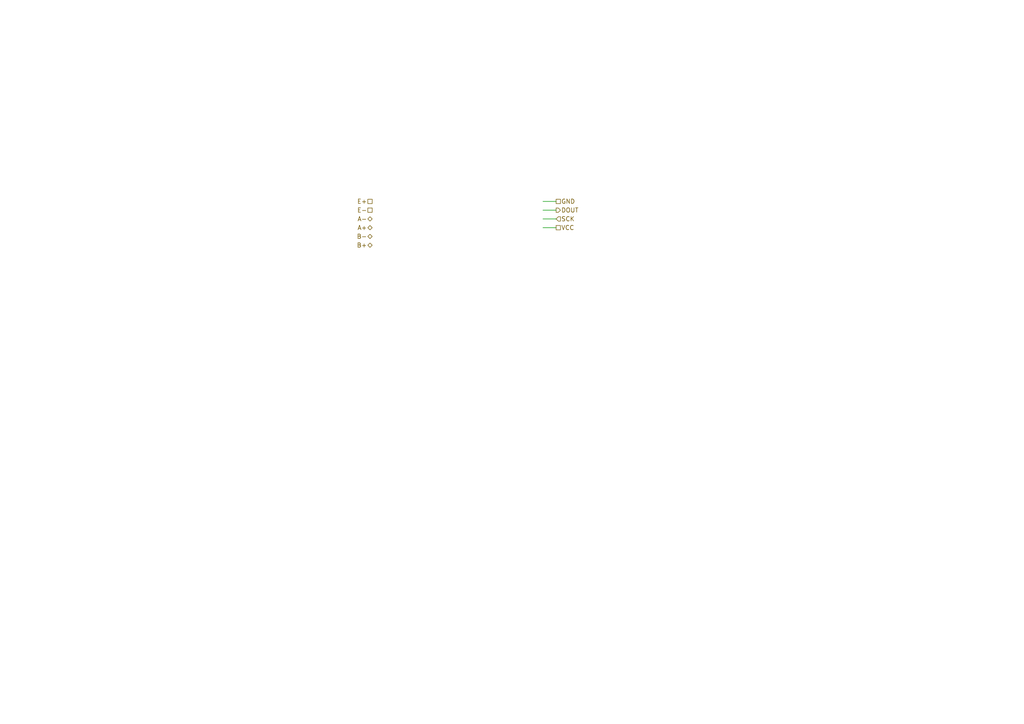
<source format=kicad_sch>
(kicad_sch
	(version 20231120)
	(generator "eeschema")
	(generator_version "8.0")
	(uuid "0efa7693-983c-4937-ac81-b023ee8bc007")
	(paper "A4")
	(title_block
		(title "Schematic for wind tunnel measurement system")
		(rev "0.1.0")
		(company "Reykjavik University")
	)
	(lib_symbols)
	(wire
		(pts
			(xy 157.48 66.04) (xy 161.29 66.04)
		)
		(stroke
			(width 0)
			(type default)
		)
		(uuid "1b9408b1-db76-4d2f-878f-8159e219b164")
	)
	(wire
		(pts
			(xy 157.48 60.96) (xy 161.29 60.96)
		)
		(stroke
			(width 0)
			(type default)
		)
		(uuid "4826e505-eb04-4fcb-a139-aa3250f9b455")
	)
	(wire
		(pts
			(xy 157.48 58.42) (xy 161.29 58.42)
		)
		(stroke
			(width 0)
			(type default)
		)
		(uuid "869f8764-d63d-4bc6-8ea0-18504bf3021a")
	)
	(wire
		(pts
			(xy 157.48 63.5) (xy 161.29 63.5)
		)
		(stroke
			(width 0)
			(type default)
		)
		(uuid "9236ad77-916b-473b-bdac-d269195ec7b0")
	)
	(hierarchical_label "A-"
		(shape bidirectional)
		(at 107.95 63.5 180)
		(fields_autoplaced yes)
		(effects
			(font
				(size 1.27 1.27)
			)
			(justify right)
		)
		(uuid "069f9b11-a0d6-462b-90dd-b9b00603fc95")
	)
	(hierarchical_label "B-"
		(shape bidirectional)
		(at 107.95 68.58 180)
		(fields_autoplaced yes)
		(effects
			(font
				(size 1.27 1.27)
			)
			(justify right)
		)
		(uuid "17a89613-5080-46c1-9c13-a0bf2682c0e9")
	)
	(hierarchical_label "DOUT"
		(shape output)
		(at 161.29 60.96 0)
		(fields_autoplaced yes)
		(effects
			(font
				(size 1.27 1.27)
			)
			(justify left)
		)
		(uuid "30e76feb-472f-4f69-8fee-91c92e49e123")
	)
	(hierarchical_label "GND"
		(shape passive)
		(at 161.29 58.42 0)
		(fields_autoplaced yes)
		(effects
			(font
				(size 1.27 1.27)
			)
			(justify left)
		)
		(uuid "3fbbaf22-5fe3-4024-8f54-f0a1f80d92cd")
	)
	(hierarchical_label "E-"
		(shape passive)
		(at 107.95 60.96 180)
		(fields_autoplaced yes)
		(effects
			(font
				(size 1.27 1.27)
			)
			(justify right)
		)
		(uuid "4b753100-6666-4a60-bbcc-c8a32d61572f")
	)
	(hierarchical_label "SCK"
		(shape input)
		(at 161.29 63.5 0)
		(fields_autoplaced yes)
		(effects
			(font
				(size 1.27 1.27)
			)
			(justify left)
		)
		(uuid "54196cfd-bfe2-40ae-99b9-2a6a0d9e2536")
	)
	(hierarchical_label "A+"
		(shape bidirectional)
		(at 107.95 66.04 180)
		(fields_autoplaced yes)
		(effects
			(font
				(size 1.27 1.27)
			)
			(justify right)
		)
		(uuid "54be0541-18df-4564-82a0-644ed740fee0")
	)
	(hierarchical_label "E+"
		(shape passive)
		(at 107.95 58.42 180)
		(fields_autoplaced yes)
		(effects
			(font
				(size 1.27 1.27)
			)
			(justify right)
		)
		(uuid "57485db3-4440-4d78-85ac-aca8b87c1aa3")
	)
	(hierarchical_label "B+"
		(shape bidirectional)
		(at 107.95 71.12 180)
		(fields_autoplaced yes)
		(effects
			(font
				(size 1.27 1.27)
			)
			(justify right)
		)
		(uuid "78c82b01-217b-4920-b11a-8578da4bcffc")
	)
	(hierarchical_label "VCC"
		(shape passive)
		(at 161.29 66.04 0)
		(fields_autoplaced yes)
		(effects
			(font
				(size 1.27 1.27)
			)
			(justify left)
		)
		(uuid "8697b91f-c9bd-4dd6-a180-59a61971fe9e")
	)
)

</source>
